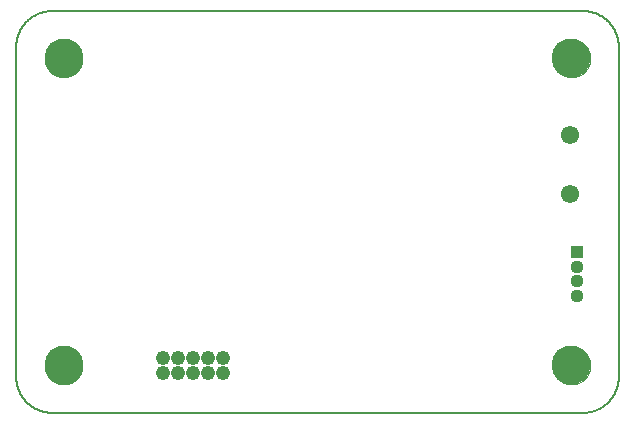
<source format=gbs>
G75*
%MOIN*%
%OFA0B0*%
%FSLAX25Y25*%
%IPPOS*%
%LPD*%
%AMOC8*
5,1,8,0,0,1.08239X$1,22.5*
%
%ADD10C,0.00800*%
%ADD11C,0.00000*%
%ADD12C,0.12998*%
%ADD13C,0.06109*%
%ADD14R,0.04369X0.04369*%
%ADD15C,0.04369*%
%ADD16C,0.04762*%
D10*
X0013211Y0001400D02*
X0190376Y0001400D01*
X0190661Y0001403D01*
X0190947Y0001414D01*
X0191232Y0001431D01*
X0191516Y0001455D01*
X0191800Y0001486D01*
X0192083Y0001524D01*
X0192364Y0001569D01*
X0192645Y0001620D01*
X0192925Y0001678D01*
X0193203Y0001743D01*
X0193479Y0001815D01*
X0193753Y0001893D01*
X0194026Y0001978D01*
X0194296Y0002070D01*
X0194564Y0002168D01*
X0194830Y0002272D01*
X0195093Y0002383D01*
X0195353Y0002500D01*
X0195611Y0002623D01*
X0195865Y0002753D01*
X0196116Y0002889D01*
X0196364Y0003030D01*
X0196608Y0003178D01*
X0196849Y0003331D01*
X0197085Y0003491D01*
X0197318Y0003656D01*
X0197547Y0003826D01*
X0197772Y0004002D01*
X0197992Y0004184D01*
X0198208Y0004370D01*
X0198419Y0004562D01*
X0198626Y0004759D01*
X0198828Y0004961D01*
X0199025Y0005168D01*
X0199217Y0005379D01*
X0199403Y0005595D01*
X0199585Y0005815D01*
X0199761Y0006040D01*
X0199931Y0006269D01*
X0200096Y0006502D01*
X0200256Y0006738D01*
X0200409Y0006979D01*
X0200557Y0007223D01*
X0200698Y0007471D01*
X0200834Y0007722D01*
X0200964Y0007976D01*
X0201087Y0008234D01*
X0201204Y0008494D01*
X0201315Y0008757D01*
X0201419Y0009023D01*
X0201517Y0009291D01*
X0201609Y0009561D01*
X0201694Y0009834D01*
X0201772Y0010108D01*
X0201844Y0010384D01*
X0201909Y0010662D01*
X0201967Y0010942D01*
X0202018Y0011223D01*
X0202063Y0011504D01*
X0202101Y0011787D01*
X0202132Y0012071D01*
X0202156Y0012355D01*
X0202173Y0012640D01*
X0202184Y0012926D01*
X0202187Y0013211D01*
X0202187Y0123447D01*
X0202184Y0123732D01*
X0202173Y0124018D01*
X0202156Y0124303D01*
X0202132Y0124587D01*
X0202101Y0124871D01*
X0202063Y0125154D01*
X0202018Y0125435D01*
X0201967Y0125716D01*
X0201909Y0125996D01*
X0201844Y0126274D01*
X0201772Y0126550D01*
X0201694Y0126824D01*
X0201609Y0127097D01*
X0201517Y0127367D01*
X0201419Y0127635D01*
X0201315Y0127901D01*
X0201204Y0128164D01*
X0201087Y0128424D01*
X0200964Y0128682D01*
X0200834Y0128936D01*
X0200698Y0129187D01*
X0200557Y0129435D01*
X0200409Y0129679D01*
X0200256Y0129920D01*
X0200096Y0130156D01*
X0199931Y0130389D01*
X0199761Y0130618D01*
X0199585Y0130843D01*
X0199403Y0131063D01*
X0199217Y0131279D01*
X0199025Y0131490D01*
X0198828Y0131697D01*
X0198626Y0131899D01*
X0198419Y0132096D01*
X0198208Y0132288D01*
X0197992Y0132474D01*
X0197772Y0132656D01*
X0197547Y0132832D01*
X0197318Y0133002D01*
X0197085Y0133167D01*
X0196849Y0133327D01*
X0196608Y0133480D01*
X0196364Y0133628D01*
X0196116Y0133769D01*
X0195865Y0133905D01*
X0195611Y0134035D01*
X0195353Y0134158D01*
X0195093Y0134275D01*
X0194830Y0134386D01*
X0194564Y0134490D01*
X0194296Y0134588D01*
X0194026Y0134680D01*
X0193753Y0134765D01*
X0193479Y0134843D01*
X0193203Y0134915D01*
X0192925Y0134980D01*
X0192645Y0135038D01*
X0192364Y0135089D01*
X0192083Y0135134D01*
X0191800Y0135172D01*
X0191516Y0135203D01*
X0191232Y0135227D01*
X0190947Y0135244D01*
X0190661Y0135255D01*
X0190376Y0135258D01*
X0013211Y0135258D01*
X0012926Y0135255D01*
X0012640Y0135244D01*
X0012355Y0135227D01*
X0012071Y0135203D01*
X0011787Y0135172D01*
X0011504Y0135134D01*
X0011223Y0135089D01*
X0010942Y0135038D01*
X0010662Y0134980D01*
X0010384Y0134915D01*
X0010108Y0134843D01*
X0009834Y0134765D01*
X0009561Y0134680D01*
X0009291Y0134588D01*
X0009023Y0134490D01*
X0008757Y0134386D01*
X0008494Y0134275D01*
X0008234Y0134158D01*
X0007976Y0134035D01*
X0007722Y0133905D01*
X0007471Y0133769D01*
X0007223Y0133628D01*
X0006979Y0133480D01*
X0006738Y0133327D01*
X0006502Y0133167D01*
X0006269Y0133002D01*
X0006040Y0132832D01*
X0005815Y0132656D01*
X0005595Y0132474D01*
X0005379Y0132288D01*
X0005168Y0132096D01*
X0004961Y0131899D01*
X0004759Y0131697D01*
X0004562Y0131490D01*
X0004370Y0131279D01*
X0004184Y0131063D01*
X0004002Y0130843D01*
X0003826Y0130618D01*
X0003656Y0130389D01*
X0003491Y0130156D01*
X0003331Y0129920D01*
X0003178Y0129679D01*
X0003030Y0129435D01*
X0002889Y0129187D01*
X0002753Y0128936D01*
X0002623Y0128682D01*
X0002500Y0128424D01*
X0002383Y0128164D01*
X0002272Y0127901D01*
X0002168Y0127635D01*
X0002070Y0127367D01*
X0001978Y0127097D01*
X0001893Y0126824D01*
X0001815Y0126550D01*
X0001743Y0126274D01*
X0001678Y0125996D01*
X0001620Y0125716D01*
X0001569Y0125435D01*
X0001524Y0125154D01*
X0001486Y0124871D01*
X0001455Y0124587D01*
X0001431Y0124303D01*
X0001414Y0124018D01*
X0001403Y0123732D01*
X0001400Y0123447D01*
X0001400Y0013211D01*
X0001403Y0012926D01*
X0001414Y0012640D01*
X0001431Y0012355D01*
X0001455Y0012071D01*
X0001486Y0011787D01*
X0001524Y0011504D01*
X0001569Y0011223D01*
X0001620Y0010942D01*
X0001678Y0010662D01*
X0001743Y0010384D01*
X0001815Y0010108D01*
X0001893Y0009834D01*
X0001978Y0009561D01*
X0002070Y0009291D01*
X0002168Y0009023D01*
X0002272Y0008757D01*
X0002383Y0008494D01*
X0002500Y0008234D01*
X0002623Y0007976D01*
X0002753Y0007722D01*
X0002889Y0007471D01*
X0003030Y0007223D01*
X0003178Y0006979D01*
X0003331Y0006738D01*
X0003491Y0006502D01*
X0003656Y0006269D01*
X0003826Y0006040D01*
X0004002Y0005815D01*
X0004184Y0005595D01*
X0004370Y0005379D01*
X0004562Y0005168D01*
X0004759Y0004961D01*
X0004961Y0004759D01*
X0005168Y0004562D01*
X0005379Y0004370D01*
X0005595Y0004184D01*
X0005815Y0004002D01*
X0006040Y0003826D01*
X0006269Y0003656D01*
X0006502Y0003491D01*
X0006738Y0003331D01*
X0006979Y0003178D01*
X0007223Y0003030D01*
X0007471Y0002889D01*
X0007722Y0002753D01*
X0007976Y0002623D01*
X0008234Y0002500D01*
X0008494Y0002383D01*
X0008757Y0002272D01*
X0009023Y0002168D01*
X0009291Y0002070D01*
X0009561Y0001978D01*
X0009834Y0001893D01*
X0010108Y0001815D01*
X0010384Y0001743D01*
X0010662Y0001678D01*
X0010942Y0001620D01*
X0011223Y0001569D01*
X0011504Y0001524D01*
X0011787Y0001486D01*
X0012071Y0001455D01*
X0012355Y0001431D01*
X0012640Y0001414D01*
X0012926Y0001403D01*
X0013211Y0001400D01*
D11*
X0010849Y0017148D02*
X0010851Y0017306D01*
X0010857Y0017464D01*
X0010867Y0017622D01*
X0010881Y0017780D01*
X0010899Y0017937D01*
X0010920Y0018094D01*
X0010946Y0018250D01*
X0010976Y0018406D01*
X0011009Y0018561D01*
X0011047Y0018714D01*
X0011088Y0018867D01*
X0011133Y0019019D01*
X0011182Y0019170D01*
X0011235Y0019319D01*
X0011291Y0019467D01*
X0011351Y0019613D01*
X0011415Y0019758D01*
X0011483Y0019901D01*
X0011554Y0020043D01*
X0011628Y0020183D01*
X0011706Y0020320D01*
X0011788Y0020456D01*
X0011872Y0020590D01*
X0011961Y0020721D01*
X0012052Y0020850D01*
X0012147Y0020977D01*
X0012244Y0021102D01*
X0012345Y0021224D01*
X0012449Y0021343D01*
X0012556Y0021460D01*
X0012666Y0021574D01*
X0012779Y0021685D01*
X0012894Y0021794D01*
X0013012Y0021899D01*
X0013133Y0022001D01*
X0013256Y0022101D01*
X0013382Y0022197D01*
X0013510Y0022290D01*
X0013640Y0022380D01*
X0013773Y0022466D01*
X0013908Y0022550D01*
X0014044Y0022629D01*
X0014183Y0022706D01*
X0014324Y0022778D01*
X0014466Y0022848D01*
X0014610Y0022913D01*
X0014756Y0022975D01*
X0014903Y0023033D01*
X0015052Y0023088D01*
X0015202Y0023139D01*
X0015353Y0023186D01*
X0015505Y0023229D01*
X0015658Y0023268D01*
X0015813Y0023304D01*
X0015968Y0023335D01*
X0016124Y0023363D01*
X0016280Y0023387D01*
X0016437Y0023407D01*
X0016595Y0023423D01*
X0016752Y0023435D01*
X0016911Y0023443D01*
X0017069Y0023447D01*
X0017227Y0023447D01*
X0017385Y0023443D01*
X0017544Y0023435D01*
X0017701Y0023423D01*
X0017859Y0023407D01*
X0018016Y0023387D01*
X0018172Y0023363D01*
X0018328Y0023335D01*
X0018483Y0023304D01*
X0018638Y0023268D01*
X0018791Y0023229D01*
X0018943Y0023186D01*
X0019094Y0023139D01*
X0019244Y0023088D01*
X0019393Y0023033D01*
X0019540Y0022975D01*
X0019686Y0022913D01*
X0019830Y0022848D01*
X0019972Y0022778D01*
X0020113Y0022706D01*
X0020252Y0022629D01*
X0020388Y0022550D01*
X0020523Y0022466D01*
X0020656Y0022380D01*
X0020786Y0022290D01*
X0020914Y0022197D01*
X0021040Y0022101D01*
X0021163Y0022001D01*
X0021284Y0021899D01*
X0021402Y0021794D01*
X0021517Y0021685D01*
X0021630Y0021574D01*
X0021740Y0021460D01*
X0021847Y0021343D01*
X0021951Y0021224D01*
X0022052Y0021102D01*
X0022149Y0020977D01*
X0022244Y0020850D01*
X0022335Y0020721D01*
X0022424Y0020590D01*
X0022508Y0020456D01*
X0022590Y0020320D01*
X0022668Y0020183D01*
X0022742Y0020043D01*
X0022813Y0019901D01*
X0022881Y0019758D01*
X0022945Y0019613D01*
X0023005Y0019467D01*
X0023061Y0019319D01*
X0023114Y0019170D01*
X0023163Y0019019D01*
X0023208Y0018867D01*
X0023249Y0018714D01*
X0023287Y0018561D01*
X0023320Y0018406D01*
X0023350Y0018250D01*
X0023376Y0018094D01*
X0023397Y0017937D01*
X0023415Y0017780D01*
X0023429Y0017622D01*
X0023439Y0017464D01*
X0023445Y0017306D01*
X0023447Y0017148D01*
X0023445Y0016990D01*
X0023439Y0016832D01*
X0023429Y0016674D01*
X0023415Y0016516D01*
X0023397Y0016359D01*
X0023376Y0016202D01*
X0023350Y0016046D01*
X0023320Y0015890D01*
X0023287Y0015735D01*
X0023249Y0015582D01*
X0023208Y0015429D01*
X0023163Y0015277D01*
X0023114Y0015126D01*
X0023061Y0014977D01*
X0023005Y0014829D01*
X0022945Y0014683D01*
X0022881Y0014538D01*
X0022813Y0014395D01*
X0022742Y0014253D01*
X0022668Y0014113D01*
X0022590Y0013976D01*
X0022508Y0013840D01*
X0022424Y0013706D01*
X0022335Y0013575D01*
X0022244Y0013446D01*
X0022149Y0013319D01*
X0022052Y0013194D01*
X0021951Y0013072D01*
X0021847Y0012953D01*
X0021740Y0012836D01*
X0021630Y0012722D01*
X0021517Y0012611D01*
X0021402Y0012502D01*
X0021284Y0012397D01*
X0021163Y0012295D01*
X0021040Y0012195D01*
X0020914Y0012099D01*
X0020786Y0012006D01*
X0020656Y0011916D01*
X0020523Y0011830D01*
X0020388Y0011746D01*
X0020252Y0011667D01*
X0020113Y0011590D01*
X0019972Y0011518D01*
X0019830Y0011448D01*
X0019686Y0011383D01*
X0019540Y0011321D01*
X0019393Y0011263D01*
X0019244Y0011208D01*
X0019094Y0011157D01*
X0018943Y0011110D01*
X0018791Y0011067D01*
X0018638Y0011028D01*
X0018483Y0010992D01*
X0018328Y0010961D01*
X0018172Y0010933D01*
X0018016Y0010909D01*
X0017859Y0010889D01*
X0017701Y0010873D01*
X0017544Y0010861D01*
X0017385Y0010853D01*
X0017227Y0010849D01*
X0017069Y0010849D01*
X0016911Y0010853D01*
X0016752Y0010861D01*
X0016595Y0010873D01*
X0016437Y0010889D01*
X0016280Y0010909D01*
X0016124Y0010933D01*
X0015968Y0010961D01*
X0015813Y0010992D01*
X0015658Y0011028D01*
X0015505Y0011067D01*
X0015353Y0011110D01*
X0015202Y0011157D01*
X0015052Y0011208D01*
X0014903Y0011263D01*
X0014756Y0011321D01*
X0014610Y0011383D01*
X0014466Y0011448D01*
X0014324Y0011518D01*
X0014183Y0011590D01*
X0014044Y0011667D01*
X0013908Y0011746D01*
X0013773Y0011830D01*
X0013640Y0011916D01*
X0013510Y0012006D01*
X0013382Y0012099D01*
X0013256Y0012195D01*
X0013133Y0012295D01*
X0013012Y0012397D01*
X0012894Y0012502D01*
X0012779Y0012611D01*
X0012666Y0012722D01*
X0012556Y0012836D01*
X0012449Y0012953D01*
X0012345Y0013072D01*
X0012244Y0013194D01*
X0012147Y0013319D01*
X0012052Y0013446D01*
X0011961Y0013575D01*
X0011872Y0013706D01*
X0011788Y0013840D01*
X0011706Y0013976D01*
X0011628Y0014113D01*
X0011554Y0014253D01*
X0011483Y0014395D01*
X0011415Y0014538D01*
X0011351Y0014683D01*
X0011291Y0014829D01*
X0011235Y0014977D01*
X0011182Y0015126D01*
X0011133Y0015277D01*
X0011088Y0015429D01*
X0011047Y0015582D01*
X0011009Y0015735D01*
X0010976Y0015890D01*
X0010946Y0016046D01*
X0010920Y0016202D01*
X0010899Y0016359D01*
X0010881Y0016516D01*
X0010867Y0016674D01*
X0010857Y0016832D01*
X0010851Y0016990D01*
X0010849Y0017148D01*
X0010849Y0119510D02*
X0010851Y0119668D01*
X0010857Y0119826D01*
X0010867Y0119984D01*
X0010881Y0120142D01*
X0010899Y0120299D01*
X0010920Y0120456D01*
X0010946Y0120612D01*
X0010976Y0120768D01*
X0011009Y0120923D01*
X0011047Y0121076D01*
X0011088Y0121229D01*
X0011133Y0121381D01*
X0011182Y0121532D01*
X0011235Y0121681D01*
X0011291Y0121829D01*
X0011351Y0121975D01*
X0011415Y0122120D01*
X0011483Y0122263D01*
X0011554Y0122405D01*
X0011628Y0122545D01*
X0011706Y0122682D01*
X0011788Y0122818D01*
X0011872Y0122952D01*
X0011961Y0123083D01*
X0012052Y0123212D01*
X0012147Y0123339D01*
X0012244Y0123464D01*
X0012345Y0123586D01*
X0012449Y0123705D01*
X0012556Y0123822D01*
X0012666Y0123936D01*
X0012779Y0124047D01*
X0012894Y0124156D01*
X0013012Y0124261D01*
X0013133Y0124363D01*
X0013256Y0124463D01*
X0013382Y0124559D01*
X0013510Y0124652D01*
X0013640Y0124742D01*
X0013773Y0124828D01*
X0013908Y0124912D01*
X0014044Y0124991D01*
X0014183Y0125068D01*
X0014324Y0125140D01*
X0014466Y0125210D01*
X0014610Y0125275D01*
X0014756Y0125337D01*
X0014903Y0125395D01*
X0015052Y0125450D01*
X0015202Y0125501D01*
X0015353Y0125548D01*
X0015505Y0125591D01*
X0015658Y0125630D01*
X0015813Y0125666D01*
X0015968Y0125697D01*
X0016124Y0125725D01*
X0016280Y0125749D01*
X0016437Y0125769D01*
X0016595Y0125785D01*
X0016752Y0125797D01*
X0016911Y0125805D01*
X0017069Y0125809D01*
X0017227Y0125809D01*
X0017385Y0125805D01*
X0017544Y0125797D01*
X0017701Y0125785D01*
X0017859Y0125769D01*
X0018016Y0125749D01*
X0018172Y0125725D01*
X0018328Y0125697D01*
X0018483Y0125666D01*
X0018638Y0125630D01*
X0018791Y0125591D01*
X0018943Y0125548D01*
X0019094Y0125501D01*
X0019244Y0125450D01*
X0019393Y0125395D01*
X0019540Y0125337D01*
X0019686Y0125275D01*
X0019830Y0125210D01*
X0019972Y0125140D01*
X0020113Y0125068D01*
X0020252Y0124991D01*
X0020388Y0124912D01*
X0020523Y0124828D01*
X0020656Y0124742D01*
X0020786Y0124652D01*
X0020914Y0124559D01*
X0021040Y0124463D01*
X0021163Y0124363D01*
X0021284Y0124261D01*
X0021402Y0124156D01*
X0021517Y0124047D01*
X0021630Y0123936D01*
X0021740Y0123822D01*
X0021847Y0123705D01*
X0021951Y0123586D01*
X0022052Y0123464D01*
X0022149Y0123339D01*
X0022244Y0123212D01*
X0022335Y0123083D01*
X0022424Y0122952D01*
X0022508Y0122818D01*
X0022590Y0122682D01*
X0022668Y0122545D01*
X0022742Y0122405D01*
X0022813Y0122263D01*
X0022881Y0122120D01*
X0022945Y0121975D01*
X0023005Y0121829D01*
X0023061Y0121681D01*
X0023114Y0121532D01*
X0023163Y0121381D01*
X0023208Y0121229D01*
X0023249Y0121076D01*
X0023287Y0120923D01*
X0023320Y0120768D01*
X0023350Y0120612D01*
X0023376Y0120456D01*
X0023397Y0120299D01*
X0023415Y0120142D01*
X0023429Y0119984D01*
X0023439Y0119826D01*
X0023445Y0119668D01*
X0023447Y0119510D01*
X0023445Y0119352D01*
X0023439Y0119194D01*
X0023429Y0119036D01*
X0023415Y0118878D01*
X0023397Y0118721D01*
X0023376Y0118564D01*
X0023350Y0118408D01*
X0023320Y0118252D01*
X0023287Y0118097D01*
X0023249Y0117944D01*
X0023208Y0117791D01*
X0023163Y0117639D01*
X0023114Y0117488D01*
X0023061Y0117339D01*
X0023005Y0117191D01*
X0022945Y0117045D01*
X0022881Y0116900D01*
X0022813Y0116757D01*
X0022742Y0116615D01*
X0022668Y0116475D01*
X0022590Y0116338D01*
X0022508Y0116202D01*
X0022424Y0116068D01*
X0022335Y0115937D01*
X0022244Y0115808D01*
X0022149Y0115681D01*
X0022052Y0115556D01*
X0021951Y0115434D01*
X0021847Y0115315D01*
X0021740Y0115198D01*
X0021630Y0115084D01*
X0021517Y0114973D01*
X0021402Y0114864D01*
X0021284Y0114759D01*
X0021163Y0114657D01*
X0021040Y0114557D01*
X0020914Y0114461D01*
X0020786Y0114368D01*
X0020656Y0114278D01*
X0020523Y0114192D01*
X0020388Y0114108D01*
X0020252Y0114029D01*
X0020113Y0113952D01*
X0019972Y0113880D01*
X0019830Y0113810D01*
X0019686Y0113745D01*
X0019540Y0113683D01*
X0019393Y0113625D01*
X0019244Y0113570D01*
X0019094Y0113519D01*
X0018943Y0113472D01*
X0018791Y0113429D01*
X0018638Y0113390D01*
X0018483Y0113354D01*
X0018328Y0113323D01*
X0018172Y0113295D01*
X0018016Y0113271D01*
X0017859Y0113251D01*
X0017701Y0113235D01*
X0017544Y0113223D01*
X0017385Y0113215D01*
X0017227Y0113211D01*
X0017069Y0113211D01*
X0016911Y0113215D01*
X0016752Y0113223D01*
X0016595Y0113235D01*
X0016437Y0113251D01*
X0016280Y0113271D01*
X0016124Y0113295D01*
X0015968Y0113323D01*
X0015813Y0113354D01*
X0015658Y0113390D01*
X0015505Y0113429D01*
X0015353Y0113472D01*
X0015202Y0113519D01*
X0015052Y0113570D01*
X0014903Y0113625D01*
X0014756Y0113683D01*
X0014610Y0113745D01*
X0014466Y0113810D01*
X0014324Y0113880D01*
X0014183Y0113952D01*
X0014044Y0114029D01*
X0013908Y0114108D01*
X0013773Y0114192D01*
X0013640Y0114278D01*
X0013510Y0114368D01*
X0013382Y0114461D01*
X0013256Y0114557D01*
X0013133Y0114657D01*
X0013012Y0114759D01*
X0012894Y0114864D01*
X0012779Y0114973D01*
X0012666Y0115084D01*
X0012556Y0115198D01*
X0012449Y0115315D01*
X0012345Y0115434D01*
X0012244Y0115556D01*
X0012147Y0115681D01*
X0012052Y0115808D01*
X0011961Y0115937D01*
X0011872Y0116068D01*
X0011788Y0116202D01*
X0011706Y0116338D01*
X0011628Y0116475D01*
X0011554Y0116615D01*
X0011483Y0116757D01*
X0011415Y0116900D01*
X0011351Y0117045D01*
X0011291Y0117191D01*
X0011235Y0117339D01*
X0011182Y0117488D01*
X0011133Y0117639D01*
X0011088Y0117791D01*
X0011047Y0117944D01*
X0011009Y0118097D01*
X0010976Y0118252D01*
X0010946Y0118408D01*
X0010920Y0118564D01*
X0010899Y0118721D01*
X0010881Y0118878D01*
X0010867Y0119036D01*
X0010857Y0119194D01*
X0010851Y0119352D01*
X0010849Y0119510D01*
X0180140Y0119510D02*
X0180142Y0119668D01*
X0180148Y0119826D01*
X0180158Y0119984D01*
X0180172Y0120142D01*
X0180190Y0120299D01*
X0180211Y0120456D01*
X0180237Y0120612D01*
X0180267Y0120768D01*
X0180300Y0120923D01*
X0180338Y0121076D01*
X0180379Y0121229D01*
X0180424Y0121381D01*
X0180473Y0121532D01*
X0180526Y0121681D01*
X0180582Y0121829D01*
X0180642Y0121975D01*
X0180706Y0122120D01*
X0180774Y0122263D01*
X0180845Y0122405D01*
X0180919Y0122545D01*
X0180997Y0122682D01*
X0181079Y0122818D01*
X0181163Y0122952D01*
X0181252Y0123083D01*
X0181343Y0123212D01*
X0181438Y0123339D01*
X0181535Y0123464D01*
X0181636Y0123586D01*
X0181740Y0123705D01*
X0181847Y0123822D01*
X0181957Y0123936D01*
X0182070Y0124047D01*
X0182185Y0124156D01*
X0182303Y0124261D01*
X0182424Y0124363D01*
X0182547Y0124463D01*
X0182673Y0124559D01*
X0182801Y0124652D01*
X0182931Y0124742D01*
X0183064Y0124828D01*
X0183199Y0124912D01*
X0183335Y0124991D01*
X0183474Y0125068D01*
X0183615Y0125140D01*
X0183757Y0125210D01*
X0183901Y0125275D01*
X0184047Y0125337D01*
X0184194Y0125395D01*
X0184343Y0125450D01*
X0184493Y0125501D01*
X0184644Y0125548D01*
X0184796Y0125591D01*
X0184949Y0125630D01*
X0185104Y0125666D01*
X0185259Y0125697D01*
X0185415Y0125725D01*
X0185571Y0125749D01*
X0185728Y0125769D01*
X0185886Y0125785D01*
X0186043Y0125797D01*
X0186202Y0125805D01*
X0186360Y0125809D01*
X0186518Y0125809D01*
X0186676Y0125805D01*
X0186835Y0125797D01*
X0186992Y0125785D01*
X0187150Y0125769D01*
X0187307Y0125749D01*
X0187463Y0125725D01*
X0187619Y0125697D01*
X0187774Y0125666D01*
X0187929Y0125630D01*
X0188082Y0125591D01*
X0188234Y0125548D01*
X0188385Y0125501D01*
X0188535Y0125450D01*
X0188684Y0125395D01*
X0188831Y0125337D01*
X0188977Y0125275D01*
X0189121Y0125210D01*
X0189263Y0125140D01*
X0189404Y0125068D01*
X0189543Y0124991D01*
X0189679Y0124912D01*
X0189814Y0124828D01*
X0189947Y0124742D01*
X0190077Y0124652D01*
X0190205Y0124559D01*
X0190331Y0124463D01*
X0190454Y0124363D01*
X0190575Y0124261D01*
X0190693Y0124156D01*
X0190808Y0124047D01*
X0190921Y0123936D01*
X0191031Y0123822D01*
X0191138Y0123705D01*
X0191242Y0123586D01*
X0191343Y0123464D01*
X0191440Y0123339D01*
X0191535Y0123212D01*
X0191626Y0123083D01*
X0191715Y0122952D01*
X0191799Y0122818D01*
X0191881Y0122682D01*
X0191959Y0122545D01*
X0192033Y0122405D01*
X0192104Y0122263D01*
X0192172Y0122120D01*
X0192236Y0121975D01*
X0192296Y0121829D01*
X0192352Y0121681D01*
X0192405Y0121532D01*
X0192454Y0121381D01*
X0192499Y0121229D01*
X0192540Y0121076D01*
X0192578Y0120923D01*
X0192611Y0120768D01*
X0192641Y0120612D01*
X0192667Y0120456D01*
X0192688Y0120299D01*
X0192706Y0120142D01*
X0192720Y0119984D01*
X0192730Y0119826D01*
X0192736Y0119668D01*
X0192738Y0119510D01*
X0192736Y0119352D01*
X0192730Y0119194D01*
X0192720Y0119036D01*
X0192706Y0118878D01*
X0192688Y0118721D01*
X0192667Y0118564D01*
X0192641Y0118408D01*
X0192611Y0118252D01*
X0192578Y0118097D01*
X0192540Y0117944D01*
X0192499Y0117791D01*
X0192454Y0117639D01*
X0192405Y0117488D01*
X0192352Y0117339D01*
X0192296Y0117191D01*
X0192236Y0117045D01*
X0192172Y0116900D01*
X0192104Y0116757D01*
X0192033Y0116615D01*
X0191959Y0116475D01*
X0191881Y0116338D01*
X0191799Y0116202D01*
X0191715Y0116068D01*
X0191626Y0115937D01*
X0191535Y0115808D01*
X0191440Y0115681D01*
X0191343Y0115556D01*
X0191242Y0115434D01*
X0191138Y0115315D01*
X0191031Y0115198D01*
X0190921Y0115084D01*
X0190808Y0114973D01*
X0190693Y0114864D01*
X0190575Y0114759D01*
X0190454Y0114657D01*
X0190331Y0114557D01*
X0190205Y0114461D01*
X0190077Y0114368D01*
X0189947Y0114278D01*
X0189814Y0114192D01*
X0189679Y0114108D01*
X0189543Y0114029D01*
X0189404Y0113952D01*
X0189263Y0113880D01*
X0189121Y0113810D01*
X0188977Y0113745D01*
X0188831Y0113683D01*
X0188684Y0113625D01*
X0188535Y0113570D01*
X0188385Y0113519D01*
X0188234Y0113472D01*
X0188082Y0113429D01*
X0187929Y0113390D01*
X0187774Y0113354D01*
X0187619Y0113323D01*
X0187463Y0113295D01*
X0187307Y0113271D01*
X0187150Y0113251D01*
X0186992Y0113235D01*
X0186835Y0113223D01*
X0186676Y0113215D01*
X0186518Y0113211D01*
X0186360Y0113211D01*
X0186202Y0113215D01*
X0186043Y0113223D01*
X0185886Y0113235D01*
X0185728Y0113251D01*
X0185571Y0113271D01*
X0185415Y0113295D01*
X0185259Y0113323D01*
X0185104Y0113354D01*
X0184949Y0113390D01*
X0184796Y0113429D01*
X0184644Y0113472D01*
X0184493Y0113519D01*
X0184343Y0113570D01*
X0184194Y0113625D01*
X0184047Y0113683D01*
X0183901Y0113745D01*
X0183757Y0113810D01*
X0183615Y0113880D01*
X0183474Y0113952D01*
X0183335Y0114029D01*
X0183199Y0114108D01*
X0183064Y0114192D01*
X0182931Y0114278D01*
X0182801Y0114368D01*
X0182673Y0114461D01*
X0182547Y0114557D01*
X0182424Y0114657D01*
X0182303Y0114759D01*
X0182185Y0114864D01*
X0182070Y0114973D01*
X0181957Y0115084D01*
X0181847Y0115198D01*
X0181740Y0115315D01*
X0181636Y0115434D01*
X0181535Y0115556D01*
X0181438Y0115681D01*
X0181343Y0115808D01*
X0181252Y0115937D01*
X0181163Y0116068D01*
X0181079Y0116202D01*
X0180997Y0116338D01*
X0180919Y0116475D01*
X0180845Y0116615D01*
X0180774Y0116757D01*
X0180706Y0116900D01*
X0180642Y0117045D01*
X0180582Y0117191D01*
X0180526Y0117339D01*
X0180473Y0117488D01*
X0180424Y0117639D01*
X0180379Y0117791D01*
X0180338Y0117944D01*
X0180300Y0118097D01*
X0180267Y0118252D01*
X0180237Y0118408D01*
X0180211Y0118564D01*
X0180190Y0118721D01*
X0180172Y0118878D01*
X0180158Y0119036D01*
X0180148Y0119194D01*
X0180142Y0119352D01*
X0180140Y0119510D01*
X0180140Y0017148D02*
X0180142Y0017306D01*
X0180148Y0017464D01*
X0180158Y0017622D01*
X0180172Y0017780D01*
X0180190Y0017937D01*
X0180211Y0018094D01*
X0180237Y0018250D01*
X0180267Y0018406D01*
X0180300Y0018561D01*
X0180338Y0018714D01*
X0180379Y0018867D01*
X0180424Y0019019D01*
X0180473Y0019170D01*
X0180526Y0019319D01*
X0180582Y0019467D01*
X0180642Y0019613D01*
X0180706Y0019758D01*
X0180774Y0019901D01*
X0180845Y0020043D01*
X0180919Y0020183D01*
X0180997Y0020320D01*
X0181079Y0020456D01*
X0181163Y0020590D01*
X0181252Y0020721D01*
X0181343Y0020850D01*
X0181438Y0020977D01*
X0181535Y0021102D01*
X0181636Y0021224D01*
X0181740Y0021343D01*
X0181847Y0021460D01*
X0181957Y0021574D01*
X0182070Y0021685D01*
X0182185Y0021794D01*
X0182303Y0021899D01*
X0182424Y0022001D01*
X0182547Y0022101D01*
X0182673Y0022197D01*
X0182801Y0022290D01*
X0182931Y0022380D01*
X0183064Y0022466D01*
X0183199Y0022550D01*
X0183335Y0022629D01*
X0183474Y0022706D01*
X0183615Y0022778D01*
X0183757Y0022848D01*
X0183901Y0022913D01*
X0184047Y0022975D01*
X0184194Y0023033D01*
X0184343Y0023088D01*
X0184493Y0023139D01*
X0184644Y0023186D01*
X0184796Y0023229D01*
X0184949Y0023268D01*
X0185104Y0023304D01*
X0185259Y0023335D01*
X0185415Y0023363D01*
X0185571Y0023387D01*
X0185728Y0023407D01*
X0185886Y0023423D01*
X0186043Y0023435D01*
X0186202Y0023443D01*
X0186360Y0023447D01*
X0186518Y0023447D01*
X0186676Y0023443D01*
X0186835Y0023435D01*
X0186992Y0023423D01*
X0187150Y0023407D01*
X0187307Y0023387D01*
X0187463Y0023363D01*
X0187619Y0023335D01*
X0187774Y0023304D01*
X0187929Y0023268D01*
X0188082Y0023229D01*
X0188234Y0023186D01*
X0188385Y0023139D01*
X0188535Y0023088D01*
X0188684Y0023033D01*
X0188831Y0022975D01*
X0188977Y0022913D01*
X0189121Y0022848D01*
X0189263Y0022778D01*
X0189404Y0022706D01*
X0189543Y0022629D01*
X0189679Y0022550D01*
X0189814Y0022466D01*
X0189947Y0022380D01*
X0190077Y0022290D01*
X0190205Y0022197D01*
X0190331Y0022101D01*
X0190454Y0022001D01*
X0190575Y0021899D01*
X0190693Y0021794D01*
X0190808Y0021685D01*
X0190921Y0021574D01*
X0191031Y0021460D01*
X0191138Y0021343D01*
X0191242Y0021224D01*
X0191343Y0021102D01*
X0191440Y0020977D01*
X0191535Y0020850D01*
X0191626Y0020721D01*
X0191715Y0020590D01*
X0191799Y0020456D01*
X0191881Y0020320D01*
X0191959Y0020183D01*
X0192033Y0020043D01*
X0192104Y0019901D01*
X0192172Y0019758D01*
X0192236Y0019613D01*
X0192296Y0019467D01*
X0192352Y0019319D01*
X0192405Y0019170D01*
X0192454Y0019019D01*
X0192499Y0018867D01*
X0192540Y0018714D01*
X0192578Y0018561D01*
X0192611Y0018406D01*
X0192641Y0018250D01*
X0192667Y0018094D01*
X0192688Y0017937D01*
X0192706Y0017780D01*
X0192720Y0017622D01*
X0192730Y0017464D01*
X0192736Y0017306D01*
X0192738Y0017148D01*
X0192736Y0016990D01*
X0192730Y0016832D01*
X0192720Y0016674D01*
X0192706Y0016516D01*
X0192688Y0016359D01*
X0192667Y0016202D01*
X0192641Y0016046D01*
X0192611Y0015890D01*
X0192578Y0015735D01*
X0192540Y0015582D01*
X0192499Y0015429D01*
X0192454Y0015277D01*
X0192405Y0015126D01*
X0192352Y0014977D01*
X0192296Y0014829D01*
X0192236Y0014683D01*
X0192172Y0014538D01*
X0192104Y0014395D01*
X0192033Y0014253D01*
X0191959Y0014113D01*
X0191881Y0013976D01*
X0191799Y0013840D01*
X0191715Y0013706D01*
X0191626Y0013575D01*
X0191535Y0013446D01*
X0191440Y0013319D01*
X0191343Y0013194D01*
X0191242Y0013072D01*
X0191138Y0012953D01*
X0191031Y0012836D01*
X0190921Y0012722D01*
X0190808Y0012611D01*
X0190693Y0012502D01*
X0190575Y0012397D01*
X0190454Y0012295D01*
X0190331Y0012195D01*
X0190205Y0012099D01*
X0190077Y0012006D01*
X0189947Y0011916D01*
X0189814Y0011830D01*
X0189679Y0011746D01*
X0189543Y0011667D01*
X0189404Y0011590D01*
X0189263Y0011518D01*
X0189121Y0011448D01*
X0188977Y0011383D01*
X0188831Y0011321D01*
X0188684Y0011263D01*
X0188535Y0011208D01*
X0188385Y0011157D01*
X0188234Y0011110D01*
X0188082Y0011067D01*
X0187929Y0011028D01*
X0187774Y0010992D01*
X0187619Y0010961D01*
X0187463Y0010933D01*
X0187307Y0010909D01*
X0187150Y0010889D01*
X0186992Y0010873D01*
X0186835Y0010861D01*
X0186676Y0010853D01*
X0186518Y0010849D01*
X0186360Y0010849D01*
X0186202Y0010853D01*
X0186043Y0010861D01*
X0185886Y0010873D01*
X0185728Y0010889D01*
X0185571Y0010909D01*
X0185415Y0010933D01*
X0185259Y0010961D01*
X0185104Y0010992D01*
X0184949Y0011028D01*
X0184796Y0011067D01*
X0184644Y0011110D01*
X0184493Y0011157D01*
X0184343Y0011208D01*
X0184194Y0011263D01*
X0184047Y0011321D01*
X0183901Y0011383D01*
X0183757Y0011448D01*
X0183615Y0011518D01*
X0183474Y0011590D01*
X0183335Y0011667D01*
X0183199Y0011746D01*
X0183064Y0011830D01*
X0182931Y0011916D01*
X0182801Y0012006D01*
X0182673Y0012099D01*
X0182547Y0012195D01*
X0182424Y0012295D01*
X0182303Y0012397D01*
X0182185Y0012502D01*
X0182070Y0012611D01*
X0181957Y0012722D01*
X0181847Y0012836D01*
X0181740Y0012953D01*
X0181636Y0013072D01*
X0181535Y0013194D01*
X0181438Y0013319D01*
X0181343Y0013446D01*
X0181252Y0013575D01*
X0181163Y0013706D01*
X0181079Y0013840D01*
X0180997Y0013976D01*
X0180919Y0014113D01*
X0180845Y0014253D01*
X0180774Y0014395D01*
X0180706Y0014538D01*
X0180642Y0014683D01*
X0180582Y0014829D01*
X0180526Y0014977D01*
X0180473Y0015126D01*
X0180424Y0015277D01*
X0180379Y0015429D01*
X0180338Y0015582D01*
X0180300Y0015735D01*
X0180267Y0015890D01*
X0180237Y0016046D01*
X0180211Y0016202D01*
X0180190Y0016359D01*
X0180172Y0016516D01*
X0180158Y0016674D01*
X0180148Y0016832D01*
X0180142Y0016990D01*
X0180140Y0017148D01*
D12*
X0186439Y0017148D03*
X0186439Y0119510D03*
X0017148Y0119510D03*
X0017148Y0017148D03*
D13*
X0185872Y0074274D03*
X0185872Y0093959D03*
D14*
X0188298Y0054995D03*
D15*
X0188298Y0050074D03*
X0188298Y0045153D03*
X0188298Y0040231D03*
D16*
X0070455Y0019648D03*
X0065455Y0019648D03*
X0060455Y0019648D03*
X0055455Y0019648D03*
X0050455Y0019648D03*
X0050455Y0014648D03*
X0055455Y0014648D03*
X0060455Y0014648D03*
X0065455Y0014648D03*
X0070455Y0014648D03*
M02*

</source>
